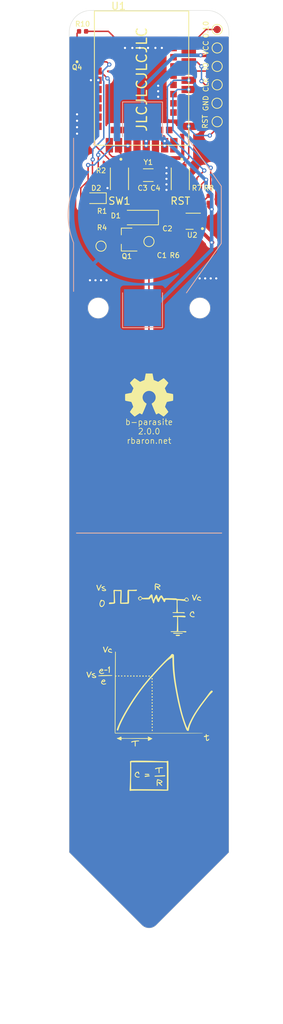
<source format=kicad_pcb>
(kicad_pcb (version 20241229) (generator "pcbnew") (generator_version "9.0")
  (title_block (title "b-parasite") (date "2023-03-19") (rev "2.0.0") (company "rbaron.net"))
  (layers (0 "F.Cu" signal) (2 "B.Cu" signal) (13 "F.Paste" user) (15 "B.Paste" user) (5 "F.SilkS" user "F.Silkscreen") (7 "B.SilkS" user "B.Silkscreen") (1 "F.Mask" user) (3 "B.Mask" user) (25 "Edge.Cuts" user))
  (net 0 "")
  (net 1 "GND")
  (net 2 "SENS_OUT")
  (net 3 "Net-(U1B-P0.00{slash}XL1)")
  (net 4 "Net-(U1B-P0.01{slash}XL2)")
  (net 5 "Net-(D2-A)")
  (net 6 "+3V0")
  (net 7 "CPARA")
  (net 8 "Net-(Q1-B)")
  (net 9 "PHOTO_V")
  (net 10 "PHOTO_OUT")
  (net 11 "PWM")
  (net 12 "LED")
  (net 13 "SDA")
  (net 14 "SCL")
  (net 15 "RST")
  (net 16 "BTN1")
  (net 17 "SWDIO")
  (net 18 "SWDCLK")
  (net 28 "0.10")
  (footprint "Capacitor_SMD:C_0402_1005Metric" (layer "F.Cu") (at 69.762 59.069 -90)
    (property "Reference" "C1" (at 1.674 0 0) (layer "F.SilkS") (effects (font (size 0.7 0.7) (thickness 0.12))))
    (property "Value" "1n")
    (pad "1" smd roundrect (at -0.485 0 270) (size 0.59 0.64) (layers "F.Cu" "F.Mask" "F.Paste") (net 2 "SENS_OUT"))
    (pad "2" smd roundrect (at 0.485 0 270) (size 0.59 0.64) (layers "F.Cu" "F.Mask" "F.Paste") (net 1 "GND"))
  )
  (footprint "Resistor_SMD:R_0402_1005Metric" (layer "F.Cu") (at 71.54 59.069 -90)
    (property "Reference" "R6" (at 1.674 0 0) (layer "F.SilkS") (effects (font (size 0.7 0.7) (thickness 0.12))))
    (property "Value" "1M")
    (pad "1" smd roundrect (at -0.485 0 270) (size 0.59 0.64) (layers "F.Cu" "F.Mask" "F.Paste") (net 2 "SENS_OUT"))
    (pad "2" smd roundrect (at 0.485 0 270) (size 0.59 0.64) (layers "F.Cu" "F.Mask" "F.Paste") (net 1 "GND"))
  )
  (footprint "Resistor_SMD:R_0402_1005Metric" (layer "F.Cu") (at 61.53 57.822 180)
    (property "Reference" "R4" (at 0.015 0.9 0) (layer "F.SilkS") (effects (font (size 0.7 0.7) (thickness 0.12))))
    (property "Value" "10k")
    (pad "1" smd roundrect (at -0.485 0 180) (size 0.59 0.64) (layers "F.Cu" "F.Mask" "F.Paste") (net 8 "Net-(Q1-B)"))
    (pad "2" smd roundrect (at 0.485 0 180) (size 0.59 0.64) (layers "F.Cu" "F.Mask" "F.Paste") (net 11 "PWM"))
  )
  (footprint "Package_TO_SOT_SMD:SOT-23" (layer "F.Cu") (at 64.936 58.568 180)
    (property "Reference" "Q1" (at 0 -2.302 180) (layer "F.SilkS") (effects (font (size 0.7 0.7) (thickness 0.12))))
    (property "Value" "MMBT3906")
    (pad "1" smd rect (at -1 -0.95 180) (size 0.9 0.8) (layers "F.Cu" "F.Mask" "F.Paste") (net 8 "Net-(Q1-B)"))
    (pad "2" smd rect (at -1 0.95 180) (size 0.9 0.8) (layers "F.Cu" "F.Mask" "F.Paste") (net 7 "CPARA"))
    (pad "3" smd rect (at 1 0 180) (size 0.9 0.8) (layers "F.Cu" "F.Mask" "F.Paste") (net 1 "GND"))
  )
  (footprint "Resistor_SMD:R_0402_1005Metric" (layer "F.Cu") (at 61.53 55.663)
    (property "Reference" "R1" (at 0 -1.016 0) (layer "F.SilkS") (effects (font (size 0.7 0.7) (thickness 0.12))))
    (property "Value" "10k")
    (pad "1" smd roundrect (at -0.485 0) (size 0.59 0.64) (layers "F.Cu" "F.Mask" "F.Paste") (net 11 "PWM"))
    (pad "2" smd roundrect (at 0.485 0) (size 0.59 0.64) (layers "F.Cu" "F.Mask" "F.Paste") (net 7 "CPARA"))
  )
  (footprint "TestPoint:TestPoint_Pad_D1.0mm" (layer "F.Cu") (at 77.382 34.708 -90)
    (property "Reference" "TP1" (hide yes))
    (property "Value" "IO" (at 0 1.55 90) (layer "F.SilkS") (effects (font (size 0.7 0.7) (thickness 0.12))))
    (pad "1" smd circle (at 0 0 270) (size 1 1) (layers "F.Cu" "F.Mask") (net 17 "SWDIO"))
  )
  (footprint "TestPoint:TestPoint_Pad_D1.0mm" (layer "F.Cu") (at 77.382 37.248 -90)
    (property "Reference" "TP2" (hide yes))
    (property "Value" "CLK" (at 0 1.55 90) (layer "F.SilkS") (effects (font (size 0.7 0.7) (thickness 0.12))))
    (pad "1" smd circle (at 0 0 270) (size 1 1) (layers "F.Cu" "F.Mask") (net 18 "SWDCLK"))
  )
  (footprint "TestPoint:TestPoint_Pad_D1.0mm" (layer "F.Cu") (at 67.984 58.838 180)
    (property "Reference" "TP5" (hide yes))
    (property "Value" "CPARA" (hide yes))
    (pad "1" smd circle (at 0 0 180) (size 1 1) (layers "F.Cu" "F.Mask") (net 7 "CPARA"))
  )
  (footprint "TestPoint:TestPoint_Pad_D1.0mm" (layer "F.Cu") (at 61.38 59.473 180)
    (property "Reference" "TP6" (hide yes))
    (property "Value" "PWM" (hide yes))
    (pad "1" smd circle (at 0 0 180) (size 1 1) (layers "F.Cu" "F.Mask") (net 11 "PWM"))
  )
  (footprint "Resistor_SMD:R_0402_1005Metric" (layer "F.Cu") (at 61.38 50.202 180)
    (property "Reference" "R2" (at 0 1.143 180) (layer "F.SilkS") (effects (font (size 0.7 0.7) (thickness 0.12))))
    (property "Value" "1k" (hide yes))
    (pad "1" smd roundrect (at -0.485 0 180) (size 0.59 0.64) (layers "F.Cu" "F.Mask" "F.Paste") (net 5 "Net-(D2-A)"))
    (pad "2" smd roundrect (at 0.485 0 180) (size 0.59 0.64) (layers "F.Cu" "F.Mask" "F.Paste") (net 12 "LED"))
  )
  (footprint "Capacitor_SMD:C_0402_1005Metric" (layer "F.Cu") (at 70.524 55.432 90)
    (property "Reference" "C2" (at -1.628 0 0) (layer "F.SilkS") (effects (font (size 0.7 0.7) (thickness 0.12))))
    (property "Value" "100n")
    (pad "1" smd roundrect (at -0.485 0 90) (size 0.59 0.64) (layers "F.Cu" "F.Mask" "F.Paste") (net 6 "+3V0"))
    (pad "2" smd roundrect (at 0.485 0 90) (size 0.59 0.64) (layers "F.Cu" "F.Mask" "F.Paste") (net 1 "GND"))
  )
  (footprint "Crystal:Crystal_SMD_3215-2Pin_3.2x1.5mm" (layer "F.Cu") (at 67.8885 49.694)
    (property "Reference" "Y1" (at 0 -1.778 0) (layer "F.SilkS") (effects (font (size 0.7 0.7) (thickness 0.12))))
    (property "Value" "32.768kHz")
    (pad "1" smd rect (at 1.25 0) (size 1 1.8) (layers "F.Cu" "F.Mask" "F.Paste") (net 4 "Net-(U1B-P0.01{slash}XL2)"))
    (pad "2" smd rect (at -1.25 0) (size 1 1.8) (layers "F.Cu" "F.Mask" "F.Paste") (net 3 "Net-(U1B-P0.00{slash}XL1)"))
  )
  (footprint "LED_SMD:LED_0603_1608Metric" (layer "F.Cu") (at 60.618 52.869 180)
    (property "Reference" "D2" (at -0.1015 1.397 180) (layer "F.SilkS") (effects (font (size 0.7 0.7) (thickness 0.12))))
    (property "Value" "LED")
    (pad "1" smd roundrect (at -0.7875 0 180) (size 0.875 0.95) (layers "F.Cu" "F.Mask" "F.Paste") (net 1 "GND"))
    (pad "2" smd roundrect (at 0.7875 0 180) (size 0.875 0.95) (layers "F.Cu" "F.Mask" "F.Paste") (net 5 "Net-(D2-A)"))
  )
  (footprint "Capacitor_SMD:C_0402_1005Metric" (layer "F.Cu") (at 68.8845 53.019 -90)
    (property "Reference" "C4" (at -1.547 0 0) (layer "F.SilkS") (effects (font (size 0.7 0.7) (thickness 0.12))))
    (property "Value" "12p")
    (pad "1" smd roundrect (at -0.485 0 270) (size 0.59 0.64) (layers "F.Cu" "F.Mask" "F.Paste") (net 4 "Net-(U1B-P0.01{slash}XL2)"))
    (pad "2" smd roundrect (at 0.485 0 270) (size 0.59 0.64) (layers "F.Cu" "F.Mask" "F.Paste") (net 1 "GND"))
  )
  (footprint "Capacitor_SMD:C_0402_1005Metric" (layer "F.Cu") (at 67.1065 52.996 90)
    (property "Reference" "C3" (at 1.524 0 0) (layer "F.SilkS") (effects (font (size 0.7 0.7) (thickness 0.12))))
    (property "Value" "12p")
    (pad "1" smd roundrect (at -0.485 0 90) (size 0.59 0.64) (layers "F.Cu" "F.Mask" "F.Paste") (net 1 "GND"))
    (pad "2" smd roundrect (at 0.485 0 90) (size 0.59 0.64) (layers "F.Cu" "F.Mask" "F.Paste") (net 3 "Net-(U1B-P0.00{slash}XL1)"))
  )
  (footprint "Resistor_SMD:R_0402_1005Metric" (layer "F.Cu") (at 74.588 53.019 -90)
    (property "Reference" "R7" (at -1.547 0 0) (layer "F.SilkS") (effects (font (size 0.7 0.7) (thickness 0.12))))
    (property "Value" "10k")
    (pad "1" smd roundrect (at -0.485 0 270) (size 0.59 0.64) (layers "F.Cu" "F.Mask" "F.Paste") (net 13 "SDA"))
    (pad "2" smd roundrect (at 0.485 0 270) (size 0.59 0.64) (layers "F.Cu" "F.Mask" "F.Paste") (net 6 "+3V0"))
  )
  (footprint "Resistor_SMD:R_0402_1005Metric" (layer "F.Cu") (at 76.239 53.019 90)
    (property "Reference" "R8" (at 1.547 0 0) (layer "F.SilkS") (effects (font (size 0.7 0.7) (thickness 0.12))))
    (property "Value" "10k")
    (pad "1" smd roundrect (at -0.485 0 90) (size 0.59 0.64) (layers "F.Cu" "F.Mask" "F.Paste") (net 6 "+3V0"))
    (pad "2" smd roundrect (at 0.485 0 90) (size 0.59 0.64) (layers "F.Cu" "F.Mask" "F.Paste") (net 14 "SCL"))
  )
  (footprint "kicad:Sensirion_DFN-4-1EP_2x2mm_P1mm_EP0.7x1.6mm" (layer "F.Cu") (at 74.08 56.044 180)
    (property "Reference" "U2" (at 0.127 -1.905 0) (layer "F.SilkS") (effects (font (size 0.7 0.7) (thickness 0.12))))
    (property "Value" "SHTC3")
    (pad "1" smd roundrect (at -0.925 -0.5 180) (size 0.55 0.35) (layers "F.Cu" "F.Mask") (net 6 "+3V0"))
    (pad "2" smd roundrect (at -0.925 0.5 180) (size 0.55 0.35) (layers "F.Cu" "F.Mask") (net 14 "SCL"))
    (pad "3" smd roundrect (at 0.925 0.5 180) (size 0.55 0.35) (layers "F.Cu" "F.Mask") (net 13 "SDA"))
    (pad "4" smd roundrect (at 0.925 -0.5 180) (size 0.55 0.35) (layers "F.Cu" "F.Mask") (net 1 "GND"))
    (pad "5" smd roundrect (at 0 0 180) (size 0.7 1.6) (layers "F.Cu" "F.Mask"))
  )
  (footprint "Diode_SMD:D_MiniMELF" (layer "F.Cu") (at 66.742 55.536 180)
    (property "Reference" "D1" (at 3.33 0.254 180) (layer "F.SilkS") (effects (font (size 0.7 0.7) (thickness 0.12))))
    (property "Value" "LL4148")
    (pad "1" smd rect (at -1.75 0 180) (size 1.3 1.7) (layers "F.Cu" "F.Mask" "F.Paste") (net 2 "SENS_OUT"))
    (pad "2" smd rect (at 1.75 0 180) (size 1.3 1.7) (layers "F.Cu" "F.Mask" "F.Paste") (net 7 "CPARA"))
  )
  (footprint "Symbol:OSHW-Symbol_6.7x6mm_SilkScreen" (layer "F.Cu") (at 68 80)
    (property "Reference" "REF**" (hide yes))
    (property "Value" "OSHW-Symbol_6.7x6mm_SilkScreen" (hide yes))
  )
  (footprint "TestPoint:TestPoint_Pad_D1.0mm" (layer "F.Cu") (at 77.382 42.328 -90)
    (property "Reference" "TP4" (hide yes))
    (property "Value" "RST" (at 0 1.66 90) (layer "F.SilkS") (effects (font (size 0.7 0.7) (thickness 0.12))))
    (pad "1" smd circle (at 0 0 270) (size 1 1) (layers "F.Cu" "F.Mask") (net 15 "RST"))
  )
  (footprint "snapeda:E73-2G4M08S1C" (layer "F.Cu") (at 66.968 36.57255)
    (property "Reference" "U1" (at -3.175 -10.16 0) (layer "F.SilkS"))
    (property "Value" "E73-2G4M08S1C")
    (pad "1" smd rect (at -6.5 -5.03) (size 2 1) (layers "F.Cu" "F.Mask" "F.Paste"))
    (pad "2" smd rect (at -6.5 -3.76) (size 2 1) (layers "F.Cu" "F.Mask" "F.Paste"))
    (pad "3" smd rect (at -6.5 -2.49) (size 2 1) (layers "F.Cu" "F.Mask" "F.Paste") (net 2 "SENS_OUT"))
    (pad "4" smd rect (at -6.5 -1.22) (size 2 1) (layers "F.Cu" "F.Mask" "F.Paste") (net 12 "LED"))
    (pad "5" smd rect (at -6.5 0.05) (size 2 1) (layers "F.Cu" "F.Mask" "F.Paste") (net 1 "GND"))
    (pad "6" smd rect (at -6.5 1.32) (size 2 1) (layers "F.Cu" "F.Mask" "F.Paste"))
    (pad "7" smd rect (at -6.5 2.59) (size 2 1) (layers "F.Cu" "F.Mask" "F.Paste") (net 10 "PHOTO_OUT"))
    (pad "8" smd rect (at -6.5 3.86) (size 2 1) (layers "F.Cu" "F.Mask" "F.Paste") (net 9 "PHOTO_V"))
    (pad "9" smd rect (at -6.5 5.13) (size 2 1) (layers "F.Cu" "F.Mask" "F.Paste"))
    (pad "10" smd rect (at -6.5 6.4) (size 2 1) (layers "F.Cu" "F.Mask" "F.Paste") (net 16 "BTN1"))
    (pad "11" smd rect (at -4.44 9) (size 1 2) (layers "F.Cu" "F.Mask" "F.Paste") (net 3 "Net-(U1B-P0.00{slash}XL1)"))
    (pad "12" smd rect (at -3.81 6.9) (size 0.9 0.9) (layers "F.Cu" "F.Mask" "F.Paste"))
    (pad "13" smd rect (at -3.17 9) (size 1 2) (layers "F.Cu" "F.Mask" "F.Paste") (net 4 "Net-(U1B-P0.01{slash}XL2)"))
    (pad "14" smd rect (at -2.54 6.9) (size 0.9 0.9) (layers "F.Cu" "F.Mask" "F.Paste"))
    (pad "15" smd rect (at -1.9 9) (size 1 2) (layers "F.Cu" "F.Mask" "F.Paste") (net 11 "PWM"))
    (pad "16" smd rect (at -1.27 6.9) (size 0.9 0.9) (layers "F.Cu" "F.Mask" "F.Paste"))
    (pad "17" smd rect (at -0.63 9) (size 1 2) (layers "F.Cu" "F.Mask" "F.Paste"))
    (pad "18" smd rect (at 0 6.9) (size 0.9 0.9) (layers "F.Cu" "F.Mask" "F.Paste"))
    (pad "19" smd rect (at 0.64 9) (size 1 2) (layers "F.Cu" "F.Mask" "F.Paste") (net 6 "+3V0"))
    (pad "20" smd rect (at 1.27 6.9) (size 0.9 0.9) (layers "F.Cu" "F.Mask" "F.Paste"))
    (pad "21" smd rect (at 1.91 9) (size 1 2) (layers "F.Cu" "F.Mask" "F.Paste") (net 1 "GND"))
    (pad "22" smd rect (at 2.54 6.9) (size 0.9 0.9) (layers "F.Cu" "F.Mask" "F.Paste"))
    (pad "23" smd rect (at 3.18 9) (size 1 2) (layers "F.Cu" "F.Mask" "F.Paste") (net 6 "+3V0"))
    (pad "24" smd rect (at 3.81 6.9) (size 0.9 0.9) (layers "F.Cu" "F.Mask" "F.Paste"))
    (pad "25" smd rect (at 4.45 9) (size 1 2) (layers "F.Cu" "F.Mask" "F.Paste"))
    (pad "26" smd rect (at 6.5 6.4) (size 2 1) (layers "F.Cu" "F.Mask" "F.Paste") (net 15 "RST"))
    (pad "27" smd rect (at 6.5 5.13) (size 2 1) (layers "F.Cu" "F.Mask" "F.Paste"))
    (pad "28" smd rect (at 4.4 4.495) (size 0.9 0.9) (layers "F.Cu" "F.Mask" "F.Paste"))
    (pad "29" smd rect (at 6.5 3.86) (size 2 1) (layers "F.Cu" "F.Mask" "F.Paste"))
    (pad "30" smd rect (at 4.4 3.225) (size 0.9 0.9) (layers "F.Cu" "F.Mask" "F.Paste"))
    (pad "31" smd rect (at 6.5 2.59) (size 2 1) (layers "F.Cu" "F.Mask" "F.Paste"))
    (pad "32" smd rect (at 4.4 1.955) (size 0.9 0.9) (layers "F.Cu" "F.Mask" "F.Paste"))
    (pad "33" smd rect (at 6.5 1.32) (size 2 1) (layers "F.Cu" "F.Mask" "F.Paste") (net 14 "SCL"))
    (pad "34" smd rect (at 4.4 0.685) (size 0.9 0.9) (layers "F.Cu" "F.Mask" "F.Paste"))
    (pad "35" smd rect (at 6.5 0.05) (size 2 1) (layers "F.Cu" "F.Mask" "F.Paste") (net 13 "SDA"))
    (pad "36" smd rect (at 4.4 -0.585) (size 0.9 0.9) (layers "F.Cu" "F.Mask" "F.Paste"))
    (pad "37" smd rect (at 6.5 -1.22) (size 2 1) (layers "F.Cu" "F.Mask" "F.Paste") (net 17 "SWDIO"))
    (pad "38" smd rect (at 4.4 -1.855) (size 0.9 0.9) (layers "F.Cu" "F.Mask" "F.Paste"))
    (pad "39" smd rect (at 6.5 -2.49) (size 2 1) (layers "F.Cu" "F.Mask" "F.Paste") (net 18 "SWDCLK"))
    (pad "40" smd rect (at 4.4 -3.125) (size 0.9 0.9) (layers "F.Cu" "F.Mask" "F.Paste"))
    (pad "41" smd rect (at 6.5 -3.76) (size 2 1) (layers "F.Cu" "F.Mask" "F.Paste"))
    (pad "42" smd rect (at 4.4 -4.395) (size 0.9 0.9) (layers "F.Cu" "F.Mask" "F.Paste"))
    (pad "43" smd rect (at 6.5 -5.03) (size 2 1) (layers "F.Cu" "F.Mask" "F.Paste") (net 28 "0.10"))
  )
  (footprint "Resistor_SMD:R_0402_1005Metric" (layer "F.Cu") (at 58.84 29.882 180)
    (property "Reference" "R10" (at 0 1.016 0) (layer "F.SilkS") (effects (font (size 0.7 0.7) (thickness 0.12))))
    (property "Value" "470")
    (pad "1" smd roundrect (at -0.485 0 180) (size 0.59 0.64) (layers "F.Cu" "F.Mask" "F.Paste") (net 1 "GND"))
    (pad "2" smd roundrect (at 0.485 0 180) (size 0.59 0.64) (layers "F.Cu" "F.Mask" "F.Paste") (net 10 "PHOTO_OUT"))
  )
  (footprint "snapeda:TR8" (layer "F.Cu") (at 58.078 32.676 90)
    (property "Reference" "Q4" (at -2.159 0 180) (layer "F.SilkS") (effects (font (size 0.7 0.7) (thickness 0.12))))
    (property "Value" "Q_Photo_NPN")
    (pad "1" smd rect (at -0.75 0 90) (size 0.8 0.8) (layers "F.Cu" "F.Mask" "F.Paste") (net 9 "PHOTO_V"))
    (pad "2" smd rect (at 0.75 0 90) (size 0.8 0.8) (layers "F.Cu" "F.Mask" "F.Paste") (net 10 "PHOTO_OUT"))
  )
  (footprint "TestPoint:TestPoint_Pad_D1.0mm" (layer "F.Cu") (at 77.382 32.168 -90)
    (property "Reference" "TP7" (hide yes))
    (property "Value" "VCC" (at 0 1.55 90) (layer "F.SilkS") (effects (font (size 0.7 0.7) (thickness 0.12))))
    (pad "1" smd circle (at 0 0 270) (size 1 1) (layers "F.Cu" "F.Mask") (net 6 "+3V0"))
  )
  (footprint "snapeda:SW_B3U-1000P" (layer "F.Cu") (at 72.302 50.202 -90)
    (property "Reference" "RST1" (hide yes))
    (property "Value" "B3U-1000P")
    (fp_text user "RST" (at 3.048 0 0) (layer "F.SilkS"))
    (pad "1" smd rect (at -1.7 0) (size 1.7 0.8) (layers "F.Cu" "F.Mask" "F.Paste") (net 15 "RST"))
    (pad "2" smd rect (at 1.7 0) (size 1.7 0.8) (layers "F.Cu" "F.Mask" "F.Paste") (net 1 "GND"))
  )
  (footprint "b-parasite:circuit_drawing" (layer "F.Cu") (at 67.984 120.052)
    (property "Reference" "G***" (hide yes))
    (property "Value" "LOGO" (hide yes))
  )
  (footprint "snapeda:SW_B3U-1000P" (layer "F.Cu") (at 63.92 50.202 -90)
    (property "Reference" "SW1" (at 3.048 0 0) (layer "F.SilkS"))
    (property "Value" "B3U-1000P")
    (pad "1" smd rect (at -1.7 0) (size 1.7 0.8) (layers "F.Cu" "F.Mask" "F.Paste") (net 16 "BTN1"))
    (pad "2" smd rect (at 1.7 0) (size 1.7 0.8) (layers "F.Cu" "F.Mask" "F.Paste") (net 1 "GND"))
  )
  (footprint "TestPoint:TestPoint_Pad_D1.0mm" (layer "F.Cu") (at 77.382 29.628 -90)
    (property "Reference" "TP8" (hide yes))
    (property "Value" "0.10" (at 0 1.55 90) (layer "F.SilkS") (effects (font (size 0.7 0.7) (thickness 0.12))))
    (pad "1" smd circle (at 0 0 270) (size 1 1) (layers "F.Cu" "F.Mask") (net 28 "0.10"))
  )
  (footprint "TestPoint:TestPoint_Pad_D1.0mm" (layer "F.Cu") (at 77.362 39.788 -90)
    (property "Reference" "TP3" (hide yes))
    (property "Value" "GND" (at 0 1.55 90) (layer "F.SilkS") (effects (font (size 0.7 0.7) (thickness 0.12))))
    (pad "1" smd circle (at 0 0 270) (size 1 1) (layers "F.Cu" "F.Mask") (net 1 "GND"))
  )
  (footprint "kicad:BatteryHolder_Keystone_3002_1x2032" (layer "B.Cu") (at 67.1 55.155 -90)
    (property "Reference" "BT1" (hide yes))
    (property "Value" "Battery_Cell")
    (pad "1" smd rect (at -12.8 0 270) (size 5.1 5.1) (layers "B.Cu" "B.Mask" "B.Paste") (net 6 "+3V0"))
    (pad "1" smd rect (at 12.8 0 270) (size 5.1 5.1) (layers "B.Cu" "B.Mask" "B.Paste") (net 6 "+3V0"))
    (pad "2" smd circle (at 0 0 270) (size 17.8 17.8) (layers "B.Cu" "B.Mask") (net 1 "GND"))
  )
  (gr_line (start 58 99) (end 78 99) (stroke (width 0.12)) (layer "F.SilkS"))
  (gr_circle (center 75.35 57.06) (end 75.45 57.06) (stroke (width 0.2)) (fill yes) (layer "F.SilkS"))
  (gr_line (start 58 99) (end 78 99) (stroke (width 0.12)) (layer "B.SilkS"))
  (gr_line (start 60 27) (end 76 27) (stroke (width 0.05)) (layer "Edge.Cuts"))
  (gr_arc (start 68.999999 152.999999) (mid 68 153.414212) (end 67.000001 152.999999) (stroke (width 0.05)) (layer "Edge.Cuts"))
  (gr_line (start 67.000001 152.999999) (end 57 143) (stroke (width 0.05)) (layer "Edge.Cuts"))
  (gr_line (start 68.999999 152.999999) (end 79 143) (stroke (width 0.05)) (layer "Edge.Cuts"))
  (gr_line (start 57 30) (end 57 143) (stroke (width 0.05)) (layer "Edge.Cuts"))
  (gr_line (start 79 143) (end 79 30) (stroke (width 0.05)) (layer "Edge.Cuts"))
  (gr_circle (center 75 68) (end 76 69) (stroke (width 0.05)) (fill no) (layer "Edge.Cuts"))
  (gr_arc (start 57 30) (mid 57.87868 27.87868) (end 60 27) (stroke (width 0.05)) (layer "Edge.Cuts"))
  (gr_circle (center 61 68) (end 62 67) (stroke (width 0.05)) (fill no) (layer "Edge.Cuts"))
  (gr_arc (start 76 27) (mid 78.12132 27.87868) (end 79 30) (stroke (width 0.05)) (layer "Edge.Cuts"))
  (gr_text "b-parasite\n2.0.0\nrbaron.net" (at 68 85 0) (layer "F.SilkS") (effects (font (size 0.8 0.8) (thickness 0.1))))
  (gr_text "JLCJLCJLCJLC" (at 67 36.5 90) (layer "F.SilkS") (effects (font (size 1.4 1.4) (thickness 0.2))))
  (segment (start 70.397 48.220572) (end 70.397 48.678) (width 0.5) (layer "F.Cu") (net 1))
  (segment (start 73.155 56.544) (end 72.421 56.544) (width 0.5) (layer "F.Cu") (net 1))
  (segment (start 63.92 51.902) (end 63.92 53.481) (width 0.5) (layer "F.Cu") (net 1))
  (segment (start 62.673 53.481) (end 63.92 53.481) (width 0.5) (layer "F.Cu") (net 1))
  (segment (start 67.1065 53.481) (end 68.8615 53.481) (width 0.5) (layer "F.Cu") (net 1))
  (segment (start 72.421 56.544) (end 70.905 55.028) (width 0.5) (layer "F.Cu") (net 1))
  (segment (start 62.061 52.869) (end 61.4055 52.869) (width 0.5) (layer "F.Cu") (net 1))
  (segment (start 68.878 45.57255) (end 68.878 46.701572) (width 0.5) (layer "F.Cu") (net 1))
  (segment (start 63.92 53.481) (end 67.1065 53.481) (width 0.5) (layer "F.Cu") (net 1))
  (segment (start 62.673 53.481) (end 62.061 52.869) (width 0.5) (layer "F.Cu") (net 1))
  (segment (start 68.878 46.701572) (end 70.397 48.220572) (width 0.5) (layer "F.Cu") (net 1))
  (segment (start 59.325 29.882) (end 62.396 29.882) (width 0.2) (layer "F.Cu") (net 1))
  (segment (start 62.396 29.882) (end 64.682 32.168) (width 0.2) (layer "F.Cu") (net 1))
  (via (at 60.999 36.613) (size 0.6) (drill 0.3) (layers "F.Cu" "B.Cu") (net 1))
  (via (at 74.969 63.918) (size 0.6) (drill 0.3) (layers "F.Cu" "B.Cu") (net 1))
  (via (at 75.731 63.918) (size 0.6) (drill 0.3) (layers "F.Cu" "B.Cu") (net 1))
  (via (at 60.618 64.172) (size 0.6) (drill 0.3) (layers "F.Cu" "B.Cu") (net 1))
  (via (at 58.078 42.201) (size 0.6) (drill 0.3) (layers "F.Cu" "B.Cu") (net 1))
  (via (at 77.255 63.918) (size 0.6) (drill 0.3) (layers "F.Cu" "B.Cu") (net 1))
  (via (at 64.682 32.168) (size 0.6) (drill 0.3) (layers "F.Cu" "B.Cu") (net 1))
  (via (at 62.269 51.472) (size 0.6) (drill 0.3) (layers "F.Cu" "B.Cu") (net 1))
  (via (at 58.078 43.979) (size 0.6) (drill 0.3) (layers "F.Cu" "B.Cu") (net 1))
  (via (at 70.397 51.726) (size 0.6) (drill 0.3) (layers "F.Cu" "B.Cu") (net 1))
  (via (at 59.983 36.613) (size 0.6) (drill 0.3) (layers "F.Cu" "B.Cu") (net 1))
  (via (at 69.254 38.899) (size 0.6) (drill 0.3) (layers "F.Cu" "B.Cu") (net 1))
  (via (at 76.493 63.918) (size 0.6) (drill 0.3) (layers "F.Cu" "B.Cu") (net 1))
  (via (at 58.078 41.312) (size 0.6) (drill 0.3) (layers "F.Cu" "B.Cu") (net 1))
  (via (at 59.856 64.172) (size 0.6) (drill 0.3) (layers "F.Cu" "B.Cu") (net 1))
  (via (at 70.397 48.678) (size 0.6) (drill 0.3) (layers "F.Cu" "B.Cu") (net 1))
  (via (at 61.38 64.172) (size 0.6) (drill 0.3) (layers "F.Cu" "B.Cu") (net 1))
  (via (at 67.857 32.168) (size 0.6) (drill 0.3) (layers "F.Cu" "B.Cu") (net 1))
  (via (at 68.873 32.168) (size 0.6) (drill 0.3) (layers "F.Cu" "B.Cu") (net 1))
  (via (at 66.714 32.168) (size 0.6) (drill 0.3) (layers "F.Cu" "B.Cu") (net 1))
  (via (at 70.397 50.202) (size 0.6) (drill 0.3) (layers "F.Cu" "B.Cu") (net 1))
  (via (at 65.698 32.168) (size 0.6) (drill 0.3) (layers "F.Cu" "B.Cu") (net 1))
  (via (at 69.254 37.375) (size 0.6) (drill 0.3) (layers "F.Cu" "B.Cu") (net 1))
  (via (at 62.142 64.172) (size 0.6) (drill 0.3) (layers "F.Cu" "B.Cu") (net 1))
  (via (at 70.397 49.44) (size 0.6) (drill 0.3) (layers "F.Cu" "B.Cu") (net 1))
  (via (at 69.762 32.168) (size 0.6) (drill 0.3) (layers "F.Cu" "B.Cu") (net 1))
  (via (at 70.397 50.964) (size 0.6) (drill 0.3) (layers "F.Cu" "B.Cu") (net 1))
  (via (at 58.078 43.09) (size 0.6) (drill 0.3) (layers "F.Cu" "B.Cu") (net 1))
  (via (at 69.254 38.137) (size 0.6) (drill 0.3) (layers "F.Cu" "B.Cu") (net 1))
  (segment (start 68.492 57.314) (end 69.762 58.584) (width 0.2) (layer "F.Cu") (net 2))
  (segment (start 60.202 47.57) (end 60.237 47.535) (width 0.2) (layer "F.Cu") (net 2))
  (segment (start 68.492 55.536) (end 66.968 55.536) (width 0.2) (layer "F.Cu") (net 2))
  (segment (start 65.53052 54.09852) (end 59.43452 54.09852) (width 0.2) (layer "F.Cu") (net 2))
  (segment (start 68.492 55.536) (end 68.492 57.314) (width 0.2) (layer "F.Cu") (net 2))
  (segment (start 58.986 53.65) (end 58.986 51.834) (width 0.2) (layer "F.Cu") (net 2))
  (segment (start 58.986 51.834) (end 60.202 50.618) (width 0.2) (layer "F.Cu") (net 2))
  (segment (start 60.237 47.535) (end 60.364 47.662) (width 0.2) (layer "F.Cu") (net 2))
  (segment (start 66.968 55.536) (end 65.53052 54.09852) (width 0.2) (layer "F.Cu") (net 2))
  (segment (start 62.15155 34.08255) (end 60.468 34.08255) (width 0.2) (layer "F.Cu") (net 2))
  (segment (start 60.202 50.618) (end 60.202 47.57) (width 0.2) (layer "F.Cu") (net 2))
  (segment (start 69.762 58.584) (end 71.286 58.584) (width 0.2) (layer "F.Cu") (net 2))
  (segment (start 59.43452 54.09852) (end 58.986 53.65) (width 0.2) (layer "F.Cu") (net 2))
  (segment (start 62.523 34.454) (end 62.15155 34.08255) (width 0.2) (layer "F.Cu") (net 2))
  (via (at 60.237 47.535) (size 0.6) (drill 0.3) (layers "F.Cu" "B.Cu") (net 2))
  (via (at 62.523 34.454) (size 0.6) (drill 0.3) (layers "F.Cu" "B.Cu") (net 2))
  (segment (start 61.634 36.613) (end 61.634 35.343) (width 0.2) (layer "B.Cu") (net 2))
  (segment (start 61.761 44.614) (end 61.761 36.74) (width 0.2) (layer "B.Cu") (net 2))
  (segment (start 60.237 46.138) (end 61.761 44.614) (width 0.2) (layer "B.Cu") (net 2))
  (segment (start 61.634 35.343) (end 62.523 34.454) (width 0.2) (layer "B.Cu") (net 2))
  (segment (start 61.761 36.74) (end 61.634 36.613) (width 0.2) (layer "B.Cu") (net 2))
  (segment (start 60.237 47.535) (end 60.237 46.138) (width 0.2) (layer "B.Cu") (net 2))
  (segment (start 65.698 47.554) (end 66.6385 48.4945) (width 0.2) (layer "F.Cu") (net 3))
  (segment (start 63.983764 47.154) (end 64.383765 47.554) (width 0.2) (layer "F.Cu") (net 3))
  (segment (start 64.383765 47.554) (end 65.698 47.554) (width 0.2) (layer "F.Cu") (net 3))
  (segment (start 62.528 46.77255) (end 62.90945 47.154) (width 0.2) (layer "F.Cu") (net 3))
  (segment (start 62.528 45.57255) (end 62.528 46.77255) (width 0.2) (layer "F.Cu") (net 3))
  (segment (start 66.6385 52.043) (end 67.1065 52.511) (width 0.2) (layer "F.Cu") (net 3))
  (segment (start 66.6385 48.4945) (end 66.6385 49.694) (width 0.2) (layer "F.Cu") (net 3))
  (segment (start 66.6385 49.694) (end 66.6385 52.043) (width 0.2) (layer "F.Cu") (net 3))
  (segment (start 62.90945 47.154) (end 63.983764 47.154) (width 0.2) (layer "F.Cu") (net 3))
  (segment (start 64.54945 47.154) (end 67.709685 47.154) (width 0.2) (layer "F.Cu") (net 4))
  (segment (start 63.798 45.57255) (end 63.798 46.40255) (width 0.2) (layer "F.Cu") (net 4))
  (segment (start 69.1385 49.694) (end 69.1385 52.28) (width 0.2) (layer "F.Cu") (net 4))
  (segment (start 69.1385 48.582815) (end 69.1385 49.694) (width 0.2) (layer "F.Cu") (net 4))
  (segment (start 68.8845 52.534) (end 69.1385 52.28) (width 0.2) (layer "F.Cu") (net 4))
  (segment (start 67.709685 47.154) (end 69.1385 48.582815) (width 0.2) (layer "F.Cu") (net 4))
  (segment (start 63.798 46.40255) (end 64.54945 47.154) (width 0.2) (layer "F.Cu") (net 4))
  (segment (start 59.8305 52.869) (end 59.8305 52.2365) (width 0.2) (layer "F.Cu") (net 5))
  (segment (start 59.8305 52.2365) (end 61.865 50.202) (width 0.2) (layer "F.Cu") (net 5))
  (segment (start 75.35 57.568) (end 75.096 57.568) (width 0.5) (layer "F.Cu") (net 6))
  (segment (start 74.588 53.504) (end 75.20752 52.88448) (width 0.2) (layer "F.Cu") (net 6))
  (segment (start 71.794 57.187) (end 71.794 57.568) (width 0.5) (layer "F.Cu") (net 6))
  (segment (start 71.794 57.568) (end 74.239204 57.568) (width 0.5) (layer "F.Cu") (net 6))
  (segment (start 75.096 57.568) (end 75.096 56.635) (width 0.5) (layer "F.Cu") (net 6))
  (segment (start 67.603 44.37755) (end 67.603 44.995) (width 0.2) (layer "F.Cu") (net 6))
  (segment (start 70.148 44.37255) (end 70.048489 44.273039) (width 0.2) (layer "F.Cu") (net 6))
  (segment (start 70.148 45.57255) (end 70.148 44.37255) (width 0.2) (layer "F.Cu") (net 6))
  (segment (start 76.239 54.012) (end 76.62 54.393) (width 0.5) (layer "F.Cu") (net 6))
  (segment (start 75.20752 52.88448) (end 75.20752 50.97948) (width 0.2) (layer "F.Cu") (net 6))
  (segment (start 76.747 58.965) (end 75.35 57.568) (width 0.5) (layer "F.Cu") (net 6))
  (segment (start 76.366 33.184) (end 77.382 32.168) (width 0.5) (layer "F.Cu") (net 6))
  (segment (start 75.096 57.568) (end 74.239204 57.568) (width 0.5) (layer "F.Cu") (net 6))
  (segment (start 70.524 55.917) (end 71.794 57.187) (width 0.5) (layer "F.Cu") (net 6))
  (segment (start 70.048489 44.273039) (end 67.707511 44.273039) (width 0.2) (layer "F.Cu") (net 6))
  (segment (start 75.20752 50.97948) (end 75.858 50.329) (width 0.2) (layer "F.Cu") (net 6))
  (segment (start 67.707511 44.273039) (end 67.603 44.37755) (width 0.2) (layer "F.Cu") (net 6))
  (segment (start 76.239 53.504) (end 76.239 54.012) (width 0.5) (layer "F.Cu") (net 6))
  (segment (start 76.62 58.965) (end 76.747 58.965) (width 0.5) (layer "F.Cu") (net 6))
  (segment (start 75.096 33.184) (end 76.366 33.184) (width 0.5) (layer "F.Cu") (net 6))
  (via (at 67.603 45.63) (size 0.6) (drill 0.3) (layers "F.Cu" "B.Cu") (net 6))
  (via (at 75.096 33.184) (size 0.6) (drill 0.3) (layers "F.Cu" "B.Cu") (net 6))
  (via (at 67.603 44.995) (size 0.6) (drill 0.3) (layers "F.Cu" "B.Cu") (net 6))
  (via (at 75.858 50.329) (size 0.6) (drill 0.3) (layers "F.Cu" "B.Cu") (net 6))
  (via (at 76.62 58.965) (size 0.6) (drill 0.3) (layers "F.Cu" "B.Cu") (net 6))
  (via (at 70.148 44.995) (size 0.6) (drill 0.3) (layers "F.Cu" "B.Cu") (net 6))
  (via (at 70.143 45.63) (size 0.6) (drill 0.3) (layers "F.Cu" "B.Cu") (net 6))
  (via (at 76.62 54.393) (size 0.6) (drill 0.3) (layers "F.Cu" "B.Cu") (net 6))
  (segment (start 76.62 52.361) (end 76.62 53.631) (width 0.5) (layer "B.Cu") (net 6))
  (segment (start 67.522206 42.1) (end 70.216603 44.794397) (width 0.5) (layer "B.Cu") (net 6))
  (segment (start 70.143 45.57755) (end 70.148 45.57255) (width 0.5) (layer "B.Cu") (net 6))
  (segment (start 76.62 59.981) (end 76.62 58.965) (width 0.5) (layer "B.Cu") (net 6))
  (segment (start 70.216603 44.794397) (end 75.751206 50.329) (width 0.5) (layer "B.Cu") (net 6))
  (segment (start 70.148 45.148) (end 67.1 42.1) (width 0.5) (layer "B.Cu") (net 6))
  (segment (start 72.048 64.553) (end 76.62 59.981) (width 0.5) (layer "B.Cu") (net 6))
  (segment (start 67.1 42.1) (end 67.522206 42.1) (width 0.5) (layer "B.Cu") (net 6))
  (segment (start 71.54 33.184) (end 75.096 33.184) (width 0.5) (layer "B.Cu") (net 6))
  (segment (start 67.1 42.1) (end 67.1 37.624) (width 0.5) (layer "B.Cu") (net 6))
  (segment (start 67.603 44.995) (end 67.603 42.603) (width 0.5) (layer "B.Cu") (net 6))
  (segment (start 76.62 53.631) (end 76.62 58.965) (width 0.5) (layer "B.Cu") (net 6))
  (segment (start 68.901 67.7) (end 72.048 64.553) (width 0.5) (layer "B.Cu") (net 6))
  (segment (start 75.751206 50.329) (end 75.858 50.329) (width 0.5) (layer "B.Cu") (net 6))
  (segment (start 67.603 45.63) (end 67.603 44.995) (width 0.5) (layer "B.Cu") (net 6))
  (segment (start 70.148 45.57255) (end 70.148 45.148) (width 0.5) (layer "B.Cu") (net 6))
  (segment (start 67.603 42.603) (end 67.1 42.1) (width 0.5) (layer "B.Cu") (net 6))
  (segment (start 75.858 50.329) (end 75.858 51.599) (width 0.5) (layer "B.Cu") (net 6))
  (segment (start 75.858 51.599) (end 76.62 52.361) (width 0.5) (layer "B.Cu") (net 6))
  (segment (start 67.1 37.624) (end 71.54 33.184) (width 0.5) (layer "B.Cu") (net 6))
  (segment (start 64.992 56.674) (end 65.936 57.618) (width 0.2) (layer "F.Cu") (net 7))
  (segment (start 62.65 85.381) (end 67.984 90.715) (width 0.2) (layer "F.Cu") (net 7))
  (segment (start 67.984 101.984) (end 68 102) (width 0.2) (layer "F.Cu") (net 7))
  (segment (start 68 102) (end 68 142) (width 10) (layer "F.Cu") (net 7))
  (segment (start 67.984 58.838) (end 67.984 74.078) (width 0.2) (layer "F.Cu") (net 7))
  (segment (start 62.015 55.663) (end 62.142 55.536) (width 0.2) (layer "F.Cu") (net 7))
  (segment (start 67.984 90.715) (end 67.984 101.984) (width 0.2) (layer "F.Cu") (net 7))
  (segment (start 62.142 55.536) (end 64.992 55.536) (width 0.2) (layer "F.Cu") (net 7))
  (segment (start 64.992 55.536) (end 64.992 56.674) (width 0.2) (layer "F.Cu") (net 7))
  (segment (start 62.65 79.412) (end 62.65 85.381) (width 0.2) (layer "F.Cu") (net 7))
  (segment (start 66.764 57.618) (end 67.984 58.838) (width 0.2) (layer "F.Cu") (net 7))
  (segment (start 67.984 74.078) (end 62.65 79.412) (width 0.2) (layer "F.Cu") (net 7))
  (segment (start 65.936 57.618) (end 66.764 57.618) (width 0.2) (layer "F.Cu") (net 7))
  (segment (start 64.174 57.356) (end 64.174 57.314) (width 0.2) (layer "F.Cu") (net 8))
  (segment (start 62.523 57.314) (end 62.015 57.822) (width 0.2) (layer "F.Cu") (net 8))
  (segment (start 65.936 59.518) (end 65.936 59.118) (width 0.2) (layer "F.Cu") (net 8))
  (segment (start 65.936 59.118) (end 64.174 57.356) (width 0.2) (layer "F.Cu") (net 8))
  (segment (start 64.174 57.314) (end 62.523 57.314) (width 0.2) (layer "F.Cu") (net 8))
  (segment (start 58.677511 39.244511) (end 57.951 38.518) (width 0.2) (layer "F.Cu") (net 9))
  (segment (start 57.697 38.264) (end 57.697 33.565) (width 0.2) (layer "F.Cu") (net 9))
  (segment (start 59.268 40.43255) (end 58.677511 39.842061) (width 0.2) (layer "F.Cu") (net 9))
  (segment (start 58.677511 39.842061) (end 58.677511 39.244511) (width 0.2) (layer "F.Cu") (net 9))
  (segment (start 60.468 40.43255) (end 59.268 40.43255) (width 0.2) (layer "F.Cu") (net 9))
  (segment (start 57.951 38.518) (end 57.697 38.264) (width 0.2) (layer "F.Cu") (net 9))
  (segment (start 58.078 31.926) (end 58.078 30.159) (width 0.2) (layer "F.Cu") (net 10))
  (segment (start 58.332 34.708) (end 58.777511 34.262489) (width 0.2) (layer "F.Cu") (net 10))
  (segment (start 58.777511 34.262489) (end 58.777511 32.625511) (width 0.2) (layer "F.Cu") (net 10))
  (segment (start 58.777511 32.625511) (end 58.078 31.926) (width 0.2) (layer "F.Cu") (net 10))
  (segment (start 60.468 39.16255) (end 59.268 39.16255) (width 0.2) (layer "F.Cu") (net 10))
  (segment (start 58.332 38.22655) (end 58.332 34.708) (width 0.2) (layer "F.Cu") (net 10))
  (segment (start 59.268 39.16255) (end 58.332 38.22655) (width 0.2) (layer "F.Cu") (net 10))
  (segment (start 58.078 30.159) (end 58.355 29.882) (width 0.2) (layer "F.Cu") (net 10))
  (segment (start 59.729 48.424) (end 59.602 48.297) (width 0.2) (layer "F.Cu") (net 11))
  (segment (start 61.38 59.473) (end 60.872 58.965) (width 0.2) (layer "F.Cu") (net 11))
  (segment (start 59.602 50.456) (end 59.602 48.297) (width 0.2) (layer "F.Cu") (net 11))
  (segment (start 61.045 57.822) (end 61.045 55.663) (width 0.2) (layer "F.Cu") (net 11))
  (segment (start 58.586 54.012) (end 58.586 51.472) (width 0.2) (layer "F.Cu") (net 11))
  (segment (start 61.045 55.663) (end 60.237 55.663) (width 0.2) (layer "F.Cu") (net 11))
  (segment (start 58.586 51.472) (end 59.602 50.456) (width 0.2) (layer "F.Cu") (net 11))
  (segment (start 60.872 58.965) (end 60.872 57.995) (width 0.2) (layer "F.Cu") (net 11))
  (segment (start 60.237 55.663) (end 58.586 54.012) (width 0.2) (layer "F.Cu") (net 11))
  (segment (start 60.872 57.995) (end 61.045 57.822) (width 0.2) (layer "F.Cu") (net 11))
  (via (at 65.063 45.63) (size 0.6) (drill 0.3) (layers "F.Cu" "B.Cu") (net 11))
  (via (at 59.602 48.297) (size 0.6) (drill 0.3) (layers "F.Cu" "B.Cu") (net 11))
  (segment (start 63.116838 45.63) (end 65.063 45.63) (width 0.2) (layer "B.Cu") (net 11))
  (segment (start 60.449838 48.297) (end 63.116838 45.63) (width 0.2) (layer "B.Cu") (net 11))
  (segment (start 59.602 48.297) (end 60.449838 48.297) (width 0.2) (layer "B.Cu") (net 11))
  (segment (start 61.26255 35.35255) (end 62.269 36.359) (width 0.2) (layer "F.Cu") (net 12))
  (segment (start 61.022 46.923) (end 60.999 46.9) (width 0.2) (layer "F.Cu") (net 12))
  (segment (start 60.999 46.9) (end 60.999 50.098) (width 0.2) (layer "F.Cu") (net 12))
  (segment (start 60.999 50.098) (end 60.895 50.202) (width 0.2) (layer "F.Cu") (net 12))
  (segment (start 60.468 35.35255) (end 61.26255 35.35255) (width 0.2) (layer "F.Cu") (net 12))
  (via (at 60.999 46.9) (size 0.6) (drill 0.3) (layers "F.Cu" "B.Cu") (net 12))
  (via (at 62.269 36.359) (size 0.6) (drill 0.3) (layers "F.Cu" "B.Cu") (net 12))
  (segment (start 60.999 46.519) (end 62.523 44.995) (width 0.2) (layer "B.Cu") (net 12))
  (segment (start 60.999 46.9) (end 60.999 46.519) (width 0.2) (layer "B.Cu") (net 12))
  (segment (start 62.523 36.613) (end 62.269 36.359) (width 0.2) (layer "B.Cu") (net 12))
  (segment (start 62.523 44.995) (end 62.523 36.613) (width 0.2) (layer "B.Cu") (net 12))
  (segment (start 73.155 53.967) (end 73.155 55.544) (width 0.2) (layer "F.Cu") (net 13))
  (segment (start 74.588 50.075) (end 75.604 49.059) (width 0.2) (layer "F.Cu") (net 13))
  (segment (start 74.588 52.534) (end 74.588 50.075) (width 0.2) (layer "F.Cu") (net 13))
  (segment (start 74.588 52.534) (end 73.155 53.967) (width 0.2) (layer "F.Cu") (net 13))
  (via (at 75.604 49.059) (size 0.6) (drill 0.3) (layers "F.Cu" "B.Cu") (net 13))
  (via (at 73.468 36.62255) (size 0.6) (drill 0.3) (layers "F.Cu" "B.Cu") (net 13))
  (segment (start 70.524 37.502) (end 71.40345 36.62255) (width 0.2) (layer "B.Cu") (net 13))
  (segment (start 71.40345 36.62255) (end 73.468 36.62255) (width 0.2) (layer "B.Cu") (net 13))
  (segment (start 75.604 49.059) (end 70.524 43.979) (width 0.2) (layer "B.Cu") (net 13))
  (segment (start 70.524 43.979) (end 70.524 37.502) (width 0.2) (layer "B.Cu") (net 13))
  (segment (start 76.239 52.534) (end 76.493 52.28) (width 0.2) (layer "F.Cu") (net 14))
  (segment (start 75.61948 53.15352) (end 75.61948 54.92952) (width 0.2) (layer "F.Cu") (net 14))
  (segment (start 76.239 52.534) (end 75.61948 53.15352) (width 0.2) (layer "F.Cu") (net 14))
  (segment (start 75.61948 54.92952) (end 75.005 55.544) (width 0.2) (layer "F.Cu") (net 14))
  (segment (start 76.493 52.28) (end 76.493 48.678) (width 0.2) (layer "F.Cu") (net 14))
  (via (at 73.468 37.89255) (size 0.6) (drill 0.3) (layers "F.Cu" "B.Cu") (net 14))
  (via (at 76.493 48.678) (size 0.6) (drill 0.3) (layers "F.Cu" "B.Cu") (net 14))
  (segment (start 71.286 43.471) (end 71.286 38.518) (width 0.2) (layer "B.Cu") (net 14))
  (segment (start 71.286 38.518) (end 71.91145 37.89255) (width 0.2) (layer "B.Cu") (net 14))
  (segment (start 76.493 48.678) (end 71.286 43.471) (width 0.2) (layer "B.Cu") (net 14))
  (segment (start 71.91145 37.89255) (end 73.468 37.89255) (width 0.2) (layer "B.Cu") (net 14))
  (segment (start 77.382 42.328) (end 77.382 43.217) (width 0.2) (layer "F.Cu") (net 15))
  (segment (start 77.382 43.217) (end 76.366 44.233) (width 0.2) (layer "F.Cu") (net 15))
  (segment (start 73.468 47.336) (end 72.302 48.502) (width 0.2) (layer "F.Cu") (net 15))
  (segment (start 73.468 42.97255) (end 73.468 47.336) (width 0.2) (layer "F.Cu") (net 15))
  (via (at 73.468 42.97255) (size 0.6) (drill 0.3) (layers "F.Cu" "B.Cu") (net 15))
  (via (at 76.366 44.233) (size 0.6) (drill 0.3) (layers "F.Cu" "B.Cu") (net 15))
  (segment (start 74.461 44.233) (end 76.366 44.233) (width 0.2) (layer "B.Cu") (net 15))
  (segment (start 73.468 43.24) (end 74.461 44.233) (width 0.2) (layer "B.Cu") (net 15))
  (segment (start 73.468 42.97255) (end 73.468 43.24) (width 0.2) (layer "B.Cu") (net 15))
  (segment (start 63.47 48.502) (end 60.468 45.5) (width 0.2) (layer "F.Cu") (net 16))
  (segment (start 63.92 48.502) (end 63.47 48.502) (width 0.2) (layer "F.Cu") (net 16))
  (segment (start 60.468 45.5) (end 60.468 42.97255) (width 0.2) (layer "F.Cu") (net 16))
  (segment (start 76.73745 35.35255) (end 73.468 35.35255) (width 0.2) (layer "F.Cu") (net 17))
  (segment (start 77.382 34.708) (end 76.73745 35.35255) (width 0.2) (layer "F.Cu") (net 17))
  (segment (start 74.59755 34.08255) (end 73.468 34.08255) (width 0.2) (layer "F.Cu") (net 18))
  (segment (start 75.223 34.708) (end 74.59755 34.08255) (width 0.2) (layer "F.Cu") (net 18))
  (segment (start 75.731 37.248) (end 75.223 36.74) (width 0.2) (layer "F.Cu") (net 18))
  (segment (start 77.382 37.248) (end 75.731 37.248) (width 0.2) (layer "F.Cu") (net 18))
  (via (at 75.223 36.74) (size 0.6) (drill 0.3) (layers "F.Cu" "B.Cu") (net 18))
  (via (at 75.223 34.708) (size 0.6) (drill 0.3) (layers "F.Cu" "B.Cu") (net 18))
  (segment (start 75.223 36.74) (end 75.223 34.708) (width 0.2) (layer "B.Cu") (net 18))
  (segment (start 73.94345 31.54255) (end 75.858 29.628) (width 0.2) (layer "F.Cu") (net 28))
  (segment (start 73.468 31.54255) (end 73.94345 31.54255) (width 0.2) (layer "F.Cu") (net 28))
  (segment (start 75.858 29.628) (end 77.382 29.628) (width 0.2) (layer "F.Cu") (net 28))
  (zone (net 1) (net_name "GND") (layer "F.Cu") (connect_pads (clearance 0.508)) (min_thickness 0.254) (fill yes (thermal_gap 0.508) (thermal_bridge_width 0.508))
    (polygon (pts (xy 56.5 30.6) (xy 56.6 155) (xy 79.4 155) (xy 79.3 30.6)))
  )
  (zone (net 1) (net_name "GND") (layer "B.Cu") (connect_pads (clearance 0.508)) (min_thickness 0.254) (fill yes (thermal_gap 0.508) (thermal_bridge_width 0.508))
    (polygon (pts (xy 56.5 30.8) (xy 56.6 155) (xy 79.4 155) (xy 79.3 30.6) (xy 56.5 30.6)))
  )
)
</source>
